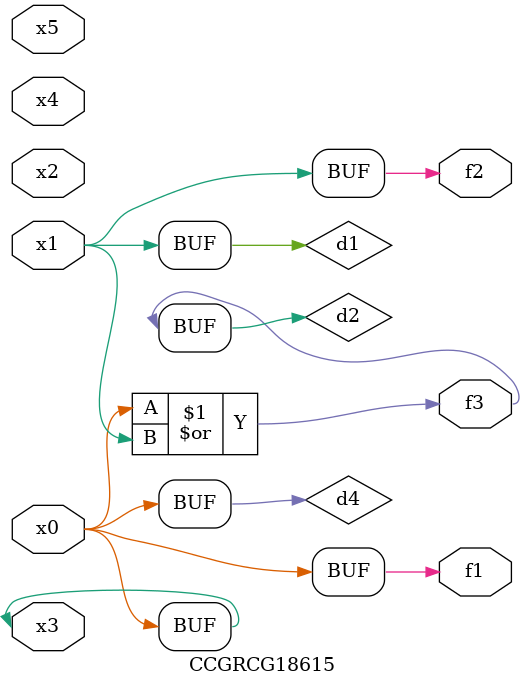
<source format=v>
module CCGRCG18615(
	input x0, x1, x2, x3, x4, x5,
	output f1, f2, f3
);

	wire d1, d2, d3, d4;

	and (d1, x1);
	or (d2, x0, x1);
	nand (d3, x0, x5);
	buf (d4, x0, x3);
	assign f1 = d4;
	assign f2 = d1;
	assign f3 = d2;
endmodule

</source>
